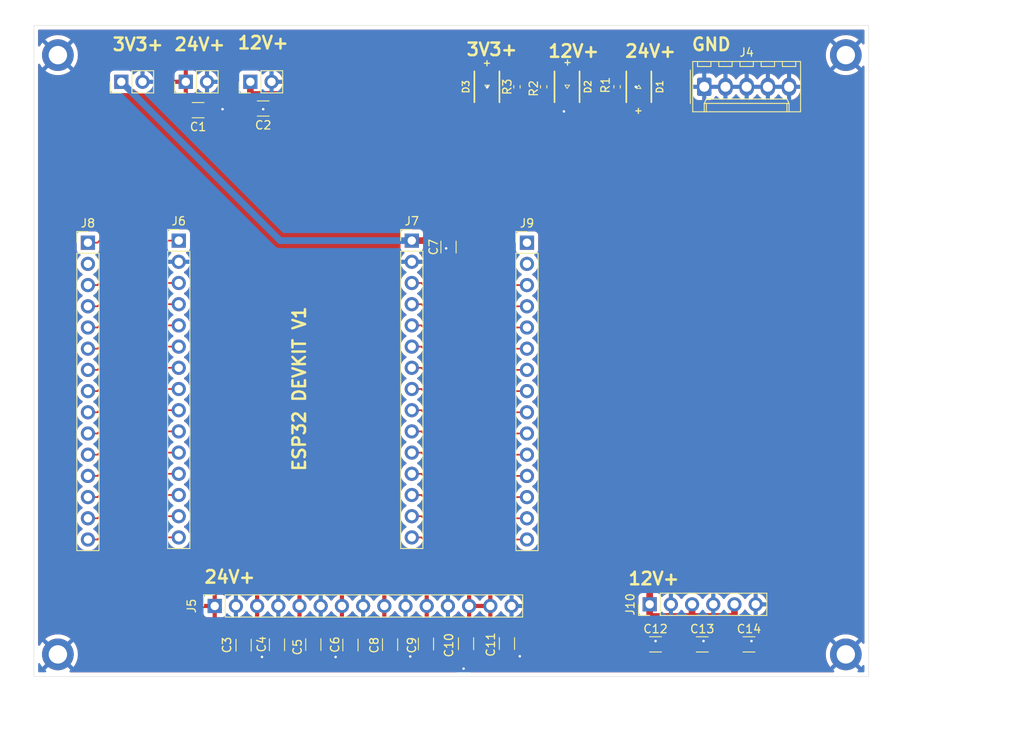
<source format=kicad_pcb>
(kicad_pcb (version 20240108) (generator "pcbnew") (generator_version "8.0")
  (title_block (title "ESP32 Adapter") (date "2025-03-02") (rev "V1") (company "University of Liverpool"))
  (layers (0 "F.Cu" signal) (31 "B.Cu" signal) (34 "B.Paste" user) (35 "F.Paste" user) (36 "B.SilkS" user "B.Silkscreen") (37 "F.SilkS" user "F.Silkscreen") (38 "B.Mask" user) (39 "F.Mask" user) (44 "Edge.Cuts" user))
  (net 0 "")
  (net 1 "+24V")
  (net 2 "GND")
  (net 3 "+12V")
  (net 4 "+3V3")
  (net 5 "Net-(D1-Pad2)")
  (net 6 "Net-(D2-Pad2)")
  (net 7 "Net-(D3-Pad2)")
  (net 8 "/TX0")
  (net 9 "/RX2")
  (net 10 "/3V3")
  (net 11 "/D5")
  (net 12 "/D19")
  (net 13 "/D4")
  (net 14 "/D15")
  (net 15 "/D18")
  (net 16 "/RX0")
  (net 17 "/D22")
  (net 18 "/TX2")
  (net 19 "/D23")
  (net 20 "/D2")
  (net 21 "/D21")
  (net 22 "/D25")
  (net 23 "/D14")
  (net 24 "/D27")
  (net 25 "/VP")
  (net 26 "/D13")
  (net 27 "/EN")
  (net 28 "/D35")
  (net 29 "/D26")
  (net 30 "/VN")
  (net 31 "/D32")
  (net 32 "/D12")
  (net 33 "/D33")
  (net 34 "/D34")
  (footprint "Capacitor_SMD:C_1206_3216Metric" (layer "F.Cu") (at 93 63.8)
    (property "Reference" "C2" (at 0 2 0) (layer "F.SilkS"))
    (property "Value" "10uF")
    (fp_line (start -0.711252 -0.91) (end 0.711252 -0.91) (stroke (width 0.12)) (layer "F.SilkS"))
    (fp_line (start -0.711252 0.91) (end 0.711252 0.91) (stroke (width 0.12)) (layer "F.SilkS"))
    (pad "1" smd roundrect (at -1.475 0) (size 1.15 1.8) (layers "F.Cu" "F.Paste" "F.Mask") (roundrect_rratio 0.217391) (net 3 "+12V"))
    (pad "2" smd roundrect (at 1.475 0) (size 1.15 1.8) (layers "F.Cu" "F.Paste" "F.Mask") (roundrect_rratio 0.217391) (net 2 "GND"))
  )
  (footprint "Connector_PinHeader_2.54mm:PinHeader_1x15_P2.54mm_Vertical" (layer "F.Cu") (at 72 79.875)
    (property "Reference" "J8" (at 0 -2.33 0) (layer "F.SilkS"))
    (property "Value" "Conn_01x15_Pin")
    (fp_line (start -1.33 -1.33) (end 0 -1.33) (stroke (width 0.12)) (layer "F.SilkS"))
    (fp_line (start -1.33 0) (end -1.33 -1.33) (stroke (width 0.12)) (layer "F.SilkS"))
    (fp_line (start -1.33 1.27) (end -1.33 36.89) (stroke (width 0.12)) (layer "F.SilkS"))
    (fp_line (start -1.33 1.27) (end 1.33 1.27) (stroke (width 0.12)) (layer "F.SilkS"))
    (fp_line (start -1.33 36.89) (end 1.33 36.89) (stroke (width 0.12)) (layer "F.SilkS"))
    (fp_line (start 1.33 1.27) (end 1.33 36.89) (stroke (width 0.12)) (layer "F.SilkS"))
    (pad "1" thru_hole rect (at 0 0) (size 1.7 1.7) (drill 1) (layers "*.Cu" "*.Mask") (net 10 "/3V3"))
    (pad "2" thru_hole oval (at 0 2.54) (size 1.7 1.7) (drill 1) (layers "*.Cu" "*.Mask"))
    (pad "3" thru_hole oval (at 0 5.08) (size 1.7 1.7) (drill 1) (layers "*.Cu" "*.Mask") (net 14 "/D15"))
    (pad "4" thru_hole oval (at 0 7.62) (size 1.7 1.7) (drill 1) (layers "*.Cu" "*.Mask") (net 20 "/D2"))
    (pad "5" thru_hole oval (at 0 10.16) (size 1.7 1.7) (drill 1) (layers "*.Cu" "*.Mask") (net 13 "/D4"))
    (pad "6" thru_hole oval (at 0 12.7) (size 1.7 1.7) (drill 1) (layers "*.Cu" "*.Mask") (net 9 "/RX2"))
    (pad "7" thru_hole oval (at 0 15.24) (size 1.7 1.7) (drill 1) (layers "*.Cu" "*.Mask") (net 18 "/TX2"))
    (pad "8" thru_hole oval (at 0 17.78) (size 1.7 1.7) (drill 1) (layers "*.Cu" "*.Mask") (net 11 "/D5"))
    (pad "9" thru_hole oval (at 0 20.32) (size 1.7 1.7) (drill 1) (layers "*.Cu" "*.Mask") (net 15 "/D18"))
    (pad "10" thru_hole oval (at 0 22.86) (size 1.7 1.7) (drill 1) (layers "*.Cu" "*.Mask") (net 12 "/D19"))
    (pad "11" thru_hole oval (at 0 25.4) (size 1.7 1.7) (drill 1) (layers "*.Cu" "*.Mask") (net 21 "/D21"))
    (pad "12" thru_hole oval (at 0 27.94) (size 1.7 1.7) (drill 1) (layers "*.Cu" "*.Mask") (net 16 "/RX0"))
    (pad "13" thru_hole oval (at 0 30.48) (size 1.7 1.7) (drill 1) (layers "*.Cu" "*.Mask") (net 8 "/TX0"))
    (pad "14" thru_hole oval (at 0 33.02) (size 1.7 1.7) (drill 1) (layers "*.Cu" "*.Mask") (net 17 "/D22"))
    (pad "15" thru_hole oval (at 0 35.56) (size 1.7 1.7) (drill 1) (layers "*.Cu" "*.Mask") (net 19 "/D23"))
  )
  (footprint "Capacitor_SMD:C_1206_3216Metric" (layer "F.Cu") (at 94.65 128.05 -90)
    (property "Reference" "C4" (at -0.075 1.85 90) (layer "F.SilkS"))
    (property "Value" "10uF")
    (fp_line (start -0.711252 0.91) (end 0.711252 0.91) (stroke (width 0.12)) (layer "F.SilkS"))
    (fp_line (start -0.711252 -0.91) (end 0.711252 -0.91) (stroke (width 0.12)) (layer "F.SilkS"))
    (pad "1" smd roundrect (at -1.475 0 270) (size 1.15 1.8) (layers "F.Cu" "F.Paste" "F.Mask") (roundrect_rratio 0.217391) (net 1 "+24V"))
    (pad "2" smd roundrect (at 1.475 0 270) (size 1.15 1.8) (layers "F.Cu" "F.Paste" "F.Mask") (roundrect_rratio 0.217391) (net 2 "GND"))
  )
  (footprint "MountingHole:MountingHole_2.2mm_M2_DIN965_Pad" (layer "F.Cu") (at 162.8 57.404)
    (property "Reference" "H2" (hide yes))
    (property "Value" "MountingHole_Pad")
    (pad "1" thru_hole circle (at 0 0) (size 3.8 3.8) (drill 2.2) (layers "*.Cu" "*.Mask") (net 2 "GND"))
  )
  (footprint "Resistor_SMD:R_0402_1005Metric" (layer "F.Cu") (at 126.6 61.2 -90)
    (property "Reference" "R2" (at 0.2 1.2 90) (layer "F.SilkS"))
    (property "Value" "600")
    (fp_line (start -0.153641 0.38) (end 0.153641 0.38) (stroke (width 0.12)) (layer "F.SilkS"))
    (fp_line (start -0.153641 -0.38) (end 0.153641 -0.38) (stroke (width 0.12)) (layer "F.SilkS"))
    (pad "1" smd roundrect (at -0.51 0 270) (size 0.54 0.64) (layers "F.Cu" "F.Paste" "F.Mask") (net 3 "+12V"))
    (pad "2" smd roundrect (at 0.51 0 270) (size 0.54 0.64) (layers "F.Cu" "F.Paste" "F.Mask") (net 6 "Net-(D2-Pad2)"))
  )
  (footprint "Capacitor_SMD:C_1206_3216Metric" (layer "F.Cu") (at 112.5 127.95 -90)
    (property "Reference" "C9" (at 0.15 1.7 90) (layer "F.SilkS"))
    (property "Value" "10uF")
    (fp_line (start -0.711252 0.91) (end 0.711252 0.91) (stroke (width 0.12)) (layer "F.SilkS"))
    (fp_line (start -0.711252 -0.91) (end 0.711252 -0.91) (stroke (width 0.12)) (layer "F.SilkS"))
    (pad "1" smd roundrect (at -1.475 0 270) (size 1.15 1.8) (layers "F.Cu" "F.Paste" "F.Mask") (roundrect_rratio 0.217391) (net 1 "+24V"))
    (pad "2" smd roundrect (at 1.475 0 270) (size 1.15 1.8) (layers "F.Cu" "F.Paste" "F.Mask") (roundrect_rratio 0.217391) (net 2 "GND"))
  )
  (footprint "Resistor_SMD:R_0402_1005Metric" (layer "F.Cu") (at 135.4 61.2 -90)
    (property "Reference" "R1" (at -0.2 1.4 90) (layer "F.SilkS"))
    (property "Value" "1.1k")
    (fp_line (start -0.153641 0.38) (end 0.153641 0.38) (stroke (width 0.12)) (layer "F.SilkS"))
    (fp_line (start -0.153641 -0.38) (end 0.153641 -0.38) (stroke (width 0.12)) (layer "F.SilkS"))
    (pad "1" smd roundrect (at -0.51 0 270) (size 0.54 0.64) (layers "F.Cu" "F.Paste" "F.Mask") (net 1 "+24V"))
    (pad "2" smd roundrect (at 0.51 0 270) (size 0.54 0.64) (layers "F.Cu" "F.Paste" "F.Mask") (net 5 "Net-(D1-Pad2)"))
  )
  (footprint "MountingHole:MountingHole_2.2mm_M2_DIN965_Pad" (layer "F.Cu") (at 68.4 129.2)
    (property "Reference" "H3" (hide yes))
    (property "Value" "MountingHole_Pad")
    (pad "1" thru_hole circle (at 0 0) (size 3.8 3.8) (drill 2.2) (layers "*.Cu" "*.Mask") (net 2 "GND"))
  )
  (footprint "Capacitor_SMD:C_1206_3216Metric" (layer "F.Cu") (at 103.45 128.075 -90)
    (property "Reference" "C6" (at -0.05 1.85 90) (layer "F.SilkS"))
    (property "Value" "10uF")
    (fp_line (start -0.711252 0.91) (end 0.711252 0.91) (stroke (width 0.12)) (layer "F.SilkS"))
    (fp_line (start -0.711252 -0.91) (end 0.711252 -0.91) (stroke (width 0.12)) (layer "F.SilkS"))
    (pad "1" smd roundrect (at -1.475 0 270) (size 1.15 1.8) (layers "F.Cu" "F.Paste" "F.Mask") (roundrect_rratio 0.217391) (net 1 "+24V"))
    (pad "2" smd roundrect (at 1.475 0 270) (size 1.15 1.8) (layers "F.Cu" "F.Paste" "F.Mask") (roundrect_rratio 0.217391) (net 2 "GND"))
  )
  (footprint "Capacitor_SMD:C_1206_3216Metric" (layer "F.Cu") (at 108.2 128.025 -90)
    (property "Reference" "C8" (at 0.075 1.9 90) (layer "F.SilkS"))
    (property "Value" "10uF")
    (fp_line (start -0.711252 0.91) (end 0.711252 0.91) (stroke (width 0.12)) (layer "F.SilkS"))
    (fp_line (start -0.711252 -0.91) (end 0.711252 -0.91) (stroke (width 0.12)) (layer "F.SilkS"))
    (pad "1" smd roundrect (at -1.475 0 270) (size 1.15 1.8) (layers "F.Cu" "F.Paste" "F.Mask") (roundrect_rratio 0.217391) (net 1 "+24V"))
    (pad "2" smd roundrect (at 1.475 0 270) (size 1.15 1.8) (layers "F.Cu" "F.Paste" "F.Mask") (roundrect_rratio 0.217391) (net 2 "GND"))
  )
  (footprint "WL-SMTW_3528:WL-SMTW_3528" (layer "F.Cu") (at 129.4 61.2 90)
    (property "Reference" "D2" (at 0 2.5 -90) (layer "F.SilkS") (effects (font (size 0.8 0.8))))
    (property "Value" "WL-SMTW_3528")
    (fp_line (start -1.85 -1.5) (end 1.85 -1.5) (stroke (width 0.2)) (layer "F.SilkS"))
    (fp_line (start 0.2 -0.25) (end 0.2 0.3) (stroke (width 0.1)) (layer "F.SilkS"))
    (fp_line (start -0.2 0) (end 0.2 -0.25) (stroke (width 0.1)) (layer "F.SilkS"))
    (fp_line (start 0.2 0.3) (end -0.2 0) (stroke (width 0.1)) (layer "F.SilkS"))
    (fp_line (start 1.85 1.5) (end -1.85 1.5) (stroke (width 0.2)) (layer "F.SilkS"))
    (fp_text user "+" (at 2.9 0 -90) (layer "F.SilkS") (effects (font (size 0.8 0.8))))
    (pad "1" smd rect (at -1.425 0 90) (size 1.6 2.4) (layers "F.Cu" "F.Paste" "F.Mask") (net 2 "GND"))
    (pad "2" smd rect (at 1.425 0 90) (size 1.6 2.4) (layers "F.Cu" "F.Paste" "F.Mask") (net 6 "Net-(D2-Pad2)"))
  )
  (footprint "Capacitor_SMD:C_1206_3216Metric" (layer "F.Cu") (at 122.2 127.9 -90)
    (property "Reference" "C11" (at 0.125 1.95 90) (layer "F.SilkS"))
    (property "Value" "10uF")
    (fp_line (start -0.711252 0.91) (end 0.711252 0.91) (stroke (width 0.12)) (layer "F.SilkS"))
    (fp_line (start -0.711252 -0.91) (end 0.711252 -0.91) (stroke (width 0.12)) (layer "F.SilkS"))
    (pad "1" smd roundrect (at -1.475 0 270) (size 1.15 1.8) (layers "F.Cu" "F.Paste" "F.Mask") (roundrect_rratio 0.217391) (net 1 "+24V"))
    (pad "2" smd roundrect (at 1.475 0 270) (size 1.15 1.8) (layers "F.Cu" "F.Paste" "F.Mask") (roundrect_rratio 0.217391) (net 2 "GND"))
  )
  (footprint "Capacitor_SMD:C_1206_3216Metric" (layer "F.Cu") (at 140 128)
    (property "Reference" "C12" (at 0 -1.85 0) (layer "F.SilkS"))
    (property "Value" "10uF")
    (fp_line (start -0.711252 -0.91) (end 0.711252 -0.91) (stroke (width 0.12)) (layer "F.SilkS"))
    (fp_line (start -0.711252 0.91) (end 0.711252 0.91) (stroke (width 0.12)) (layer "F.SilkS"))
    (pad "1" smd roundrect (at -1.475 0) (size 1.15 1.8) (layers "F.Cu" "F.Paste" "F.Mask") (roundrect_rratio 0.217391) (net 3 "+12V"))
    (pad "2" smd roundrect (at 1.475 0) (size 1.15 1.8) (layers "F.Cu" "F.Paste" "F.Mask") (roundrect_rratio 0.217391) (net 2 "GND"))
  )
  (footprint "WL-SMTW_3528:WL-SMTW_3528" (layer "F.Cu") (at 119.8 61.2 90)
    (property "Reference" "D3" (at 0 -2.508 -90) (layer "F.SilkS") (effects (font (size 0.8 0.8))))
    (property "Value" "WL-SMTW_3528")
    (fp_line (start -1.85 -1.5) (end 1.85 -1.5) (stroke (width 0.2)) (layer "F.SilkS"))
    (fp_line (start 0.2 -0.25) (end 0.2 0.3) (stroke (width 0.1)) (layer "F.SilkS"))
    (fp_line (start -0.2 0) (end 0.2 -0.25) (stroke (width 0.1)) (layer "F.SilkS"))
    (fp_line (start 0.2 0.3) (end -0.2 0) (stroke (width 0.1)) (layer "F.SilkS"))
    (fp_line (start 1.85 1.5) (end -1.85 1.5) (stroke (width 0.2)) (layer "F.SilkS"))
    (fp_text user "+" (at 2.825 -0.05 -90) (layer "F.SilkS") (effects (font (size 0.8 0.8))))
    (pad "1" smd rect (at -1.425 0 90) (size 1.6 2.4) (layers "F.Cu" "F.Paste" "F.Mask") (net 2 "GND"))
    (pad "2" smd rect (at 1.425 0 90) (size 1.6 2.4) (layers "F.Cu" "F.Paste" "F.Mask") (net 7 "Net-(D3-Pad2)"))
  )
  (footprint "Connector_PinHeader_2.54mm:PinHeader_1x02_P2.54mm_Vertical" (layer "F.Cu") (at 83.725 60.6 90)
    (property "Reference" "J2" (hide yes))
    (property "Value" "Conn_01x02_Pin")
    (fp_line (start -1.33 -1.33) (end 0 -1.33) (stroke (width 0.12)) (layer "F.SilkS"))
    (fp_line (start -1.33 0) (end -1.33 -1.33) (stroke (width 0.12)) (layer "F.SilkS"))
    (fp_line (start 1.33 1.27) (end 1.33 3.87) (stroke (width 0.12)) (layer "F.SilkS"))
    (fp_line (start -1.33 1.27) (end 1.33 1.27) (stroke (width 0.12)) (layer "F.SilkS"))
    (fp_line (start -1.33 1.27) (end -1.33 3.87) (stroke (width 0.12)) (layer "F.SilkS"))
    (fp_line (start -1.33 3.87) (end 1.33 3.87) (stroke (width 0.12)) (layer "F.SilkS"))
    (pad "1" thru_hole rect (at 0 0 90) (size 1.7 1.7) (drill 1) (layers "*.Cu" "*.Mask") (net 1 "+24V"))
    (pad "2" thru_hole oval (at 0 2.54 90) (size 1.7 1.7) (drill 1) (layers "*.Cu" "*.Mask") (net 2 "GND"))
  )
  (footprint "MountingHole:MountingHole_2.2mm_M2_DIN965_Pad" (layer "F.Cu") (at 162.8 129.2)
    (property "Reference" "H4" (hide yes))
    (property "Value" "MountingHole_Pad")
    (pad "1" thru_hole circle (at 0 0) (size 3.8 3.8) (drill 2.2) (layers "*.Cu" "*.Mask") (net 2 "GND"))
  )
  (footprint "Capacitor_SMD:C_1206_3216Metric" (layer "F.Cu") (at 115.2 80.4 -90)
    (property "Reference" "C7" (at 0 1.8 90) (layer "F.SilkS"))
    (property "Value" "0.1uF")
    (fp_line (start -0.711252 0.91) (end 0.711252 0.91) (stroke (width 0.12)) (layer "F.SilkS"))
    (fp_line (start -0.711252 -0.91) (end 0.711252 -0.91) (stroke (width 0.12)) (layer "F.SilkS"))
    (pad "1" smd roundrect (at -1.475 0 270) (size 1.15 1.8) (layers "F.Cu" "F.Paste" "F.Mask") (roundrect_rratio 0.217391) (net 4 "+3V3"))
    (pad "2" smd roundrect (at 1.475 0 270) (size 1.15 1.8) (layers "F.Cu" "F.Paste" "F.Mask") (roundrect_rratio 0.217391) (net 2 "GND"))
  )
  (footprint "Capacitor_SMD:C_1206_3216Metric" (layer "F.Cu") (at 151.2 128)
    (property "Reference" "C14" (at 0 -1.85 0) (layer "F.SilkS"))
    (property "Value" "10uF")
    (fp_line (start -0.711252 -0.91) (end 0.711252 -0.91) (stroke (width 0.12)) (layer "F.SilkS"))
    (fp_line (start -0.711252 0.91) (end 0.711252 0.91) (stroke (width 0.12)) (layer "F.SilkS"))
    (pad "1" smd roundrect (at -1.475 0) (size 1.15 1.8) (layers "F.Cu" "F.Paste" "F.Mask") (roundrect_rratio 0.217391) (net 3 "+12V"))
    (pad "2" smd roundrect (at 1.475 0) (size 1.15 1.8) (layers "F.Cu" "F.Paste" "F.Mask") (roundrect_rratio 0.217391) (net 2 "GND"))
  )
  (footprint "Connector_PinHeader_2.54mm:PinHeader_1x15_P2.54mm_Vertical" (layer "F.Cu") (at 110.8 79.625)
    (property "Reference" "J7" (at 0 -2.33 0) (layer "F.SilkS"))
    (property "Value" "Conn_01x15_Pin")
    (fp_line (start -1.33 -1.33) (end 0 -1.33) (stroke (width 0.12)) (layer "F.SilkS"))
    (fp_line (start -1.33 0) (end -1.33 -1.33) (stroke (width 0.12)) (layer "F.SilkS"))
    (fp_line (start -1.33 1.27) (end -1.33 36.89) (stroke (width 0.12)) (layer "F.SilkS"))
    (fp_line (start -1.33 1.27) (end 1.33 1.27) (stroke (width 0.12)) (layer "F.SilkS"))
    (fp_line (start -1.33 36.89) (end 1.33 36.89) (stroke (width 0.12)) (layer "F.SilkS"))
    (fp_line (start 1.33 1.27) (end 1.33 36.89) (stroke (width 0.12)) (layer "F.SilkS"))
    (pad "1" thru_hole rect (at 0 0) (size 1.7 1.7) (drill 1) (layers "*.Cu" "*.Mask") (net 4 "+3V3"))
    (pad "2" thru_hole oval (at 0 2.54) (size 1.7 1.7) (drill 1) (layers "*.Cu" "*.Mask") (net 2 "GND"))
    (pad "3" thru_hole oval (at 0 5.08) (size 1.7 1.7) (drill 1) (layers "*.Cu" "*.Mask") (net 26 "/D13"))
    (pad "4" thru_hole oval (at 0 7.62) (size 1.7 1.7) (drill 1) (layers "*.Cu" "*.Mask") (net 32 "/D12"))
    (pad "5" thru_hole oval (at 0 10.16) (size 1.7 1.7) (drill 1) (layers "*.Cu" "*.Mask") (net 23 "/D14"))
    (pad "6" thru_hole oval (at 0 12.7) (size 1.7 1.7) (drill 1) (layers "*.Cu" "*.Mask") (net 24 "/D27"))
    (pad "7" thru_hole oval (at 0 15.24) (size 1.7 1.7) (drill 1) (layers "*.Cu" "*.Mask") (net 29 "/D26"))
    (pad "8" thru_hole oval (at 0 17.78) (size 1.7 1.7) (drill 1) (layers "*.Cu" "*.Mask") (net 22 "/D25"))
    (pad "9" thru_hole oval (at 0 20.32) (size 1.7 1.7) (drill 1) (layers "*.Cu" "*.Mask") (net 33 "/D33"))
    (pad "10" thru_hole oval (at 0 22.86) (size 1.7 1.7) (drill 1) (layers "*.Cu" "*.Mask") (net 31 "/D32"))
    (pad "11" thru_hole oval (at 0 25.4) (size 1.7 1.7) (drill 1) (layers "*.Cu" "*.Mask") (net 28 "/D35"))
    (pad "12" thru_hole oval (at 0 27.94) (size 1.7 1.7) (drill 1) (layers "*.Cu" "*.Mask") (net 34 "/D34"))
    (pad "13" thru_hole oval (at 0 30.48) (size 1.7 1.7) (drill 1) (layers "*.Cu" "*.Mask") (net 30 "/VN"))
    (pad "14" thru_hole oval (at 0 33.02) (size 1.7 1.7) (drill 1) (layers "*.Cu" "*.Mask") (net 25 "/VP"))
    (pad "15" thru_hole oval (at 0 35.56) (size 1.7 1.7) (drill 1) (layers "*.Cu" "*.Mask") (net 27 "/EN"))
  )
  (footprint "Resistor_SMD:R_0402_1005Metric" (layer "F.Cu") (at 123.4 61.2 90)
    (property "Reference" "R3" (at 0 -1.17 -90) (layer "F.SilkS"))
    (property "Value" "100")
    (fp_line (start -0.153641 -0.38) (end 0.153641 -0.38) (stroke (width 0.12)) (layer "F.SilkS"))
    (fp_line (start -0.153641 0.38) (end 0.153641 0.38) (stroke (width 0.12)) (layer "F.SilkS"))
    (pad "1" smd roundrect (at -0.51 0 90) (size 0.54 0.64) (layers "F.Cu" "F.Paste" "F.Mask") (net 4 "+3V3"))
    (pad "2" smd roundrect (at 0.51 0 90) (size 0.54 0.64) (layers "F.Cu" "F.Paste" "F.Mask") (net 7 "Net-(D3-Pad2)"))
  )
  (footprint "Connector_PinHeader_2.54mm:PinHeader_1x06_P2.54mm_Vertical" (layer "F.Cu") (at 139.3 123.204 90)
    (property "Reference" "J10" (at 0 -2.33 -90) (layer "F.SilkS"))
    (property "Value" "Conn_01x06_Pin")
    (fp_line (start -1.33 -1.33) (end 0 -1.33) (stroke (width 0.12)) (layer "F.SilkS"))
    (fp_line (start -1.33 0) (end -1.33 -1.33) (stroke (width 0.12)) (layer "F.SilkS"))
    (fp_line (start 1.33 1.27) (end 1.33 14.03) (stroke (width 0.12)) (layer "F.SilkS"))
    (fp_line (start -1.33 1.27) (end 1.33 1.27) (stroke (width 0.12)) (layer "F.SilkS"))
    (fp_line (start -1.33 1.27) (end -1.33 14.03) (stroke (width 0.12)) (layer "F.SilkS"))
    (fp_line (start -1.33 14.03) (end 1.33 14.03) (stroke (width 0.12)) (layer "F.SilkS"))
    (pad "1" thru_hole rect (at 0 0 90) (size 1.7 1.7) (drill 1) (layers "*.Cu" "*.Mask") (net 3 "+12V"))
    (pad "2" thru_hole oval (at 0 2.54 90) (size 1.7 1.7) (drill 1) (layers "*.Cu" "*.Mask") (net 2 "GND"))
    (pad "3" thru_hole oval (at 0 5.08 90) (size 1.7 1.7) (drill 1) (layers "*.Cu" "*.Mask") (net 3 "+12V"))
    (pad "4" thru_hole oval (at 0 7.62 90) (size 1.7 1.7) (drill 1) (layers "*.Cu" "*.Mask") (net 2 "GND"))
    (pad "5" thru_hole oval (at 0 10.16 90) (size 1.7 1.7) (drill 1) (layers "*.Cu" "*.Mask") (net 3 "+12V"))
    (pad "6" thru_hole oval (at 0 12.7 90) (size 1.7 1.7) (drill 1) (layers "*.Cu" "*.Mask") (net 2 "GND"))
  )
  (footprint "Connector_PinHeader_2.54mm:PinHeader_1x15_P2.54mm_Vertical" (layer "F.Cu") (at 82.88 79.625)
    (property "Reference" "J6" (at 0 -2.33 0) (layer "F.SilkS"))
    (property "Value" "Conn_01x15_Pin")
    (fp_line (start -1.33 -1.33) (end 0 -1.33) (stroke (width 0.12)) (layer "F.SilkS"))
    (fp_line (start -1.33 0) (end -1.33 -1.33) (stroke (width 0.12)) (layer "F.SilkS"))
    (fp_line (start -1.33 1.27) (end -1.33 36.89) (stroke (width 0.12)) (layer "F.SilkS"))
    (fp_line (start -1.33 1.27) (end 1.33 1.27) (stroke (width 0.12)) (layer "F.SilkS"))
    (fp_line (start -1.33 36.89) (end 1.33 36.89) (stroke (width 0.12)) (layer "F.SilkS"))
    (fp_line (start 1.33 1.27) (end 1.33 36.89) (stroke (width 0.12)) (layer "F.SilkS"))
    (pad "1" thru_hole rect (at 0 0) (size 1.7 1.7) (drill 1) (layers "*.Cu" "*.Mask") (net 10 "/3V3"))
    (pad "2" thru_hole oval (at 0 2.54) (size 1.7 1.7) (drill 1) (layers "*.Cu" "*.Mask") (net 2 "GND"))
    (pad "3" thru_hole oval (at 0 5.08) (size 1.7 1.7) (drill 1) (layers "*.Cu" "*.Mask") (net 14 "/D15"))
    (pad "4" thru_hole oval (at 0 7.62) (size 1.7 1.7) (drill 1) (layers "*.Cu" "*.Mask") (net 20 "/D2"))
    (pad "5" thru_hole oval (at 0 10.16) (size 1.7 1.7) (drill 1) (layers "*.Cu" "*.Mask") (net 13 "/D4"))
    (pad "6" thru_hole oval (at 0 12.7) (size 1.7 1.7) (drill 1) (layers "*.Cu" "*.Mask") (net 9 "/RX2"))
    (pad "7" thru_hole oval (at 0 15.24) (size 1.7 1.7) (drill 1) (layers "*.Cu" "*.Mask") (net 18 "/TX2"))
    (pad "8" thru_hole oval (at 0 17.78) (size 1.7 1.7) (drill 1) (layers "*.Cu" "*.Mask") (net 11 "/D5"))
    (pad "9" thru_hole oval (at 0 20.32) (size 1.7 1.7) (drill 1) (layers "*.Cu" "*.Mask") (net 15 "/D18"))
    (pad "10" thru_hole oval (at 0 22.86) (size 1.7 1.7) (drill 1) (layers "*.Cu" "*.Mask") (net 12 "/D19"))
    (pad "11" thru_hole oval (at 0 25.4) (size 1.7 1.7) (drill 1) (layers "*.Cu" "*.Mask") (net 21 "/D21"))
    (pad "12" thru_hole oval (at 0 27.94) (size 1.7 1.7) (drill 1) (layers "*.Cu" "*.Mask") (net 16 "/RX0"))
    (pad "13" thru_hole oval (at 0 30.48) (size 1.7 1.7) (drill 1) (layers "*.Cu" "*.Mask") (net 8 "/TX0"))
    (pad "14" thru_hole oval (at 0 33.02) (size 1.7 1.7) (drill 1) (layers "*.Cu" "*.Mask") (net 17 "/D22"))
    (pad "15" thru_hole oval (at 0 35.56) (size 1.7 1.7) (drill 1) (layers "*.Cu" "*.Mask") (net 19 "/D23"))
  )
  (footprint "Capacitor_SMD:C_1206_3216Metric" (layer "F.Cu") (at 117.3 127.925 -90)
    (property "Reference" "C10" (at 0.175 2.05 90) (layer "F.SilkS"))
    (property "Value" "10uF")
    (fp_line (start -0.711252 0.91) (end 0.711252 0.91) (stroke (width 0.12)) (layer "F.SilkS"))
    (fp_line (start -0.711252 -0.91) (end 0.711252 -0.91) (stroke (width 0.12)) (layer "F.SilkS"))
    (pad "1" smd roundrect (at -1.475 0 270) (size 1.15 1.8) (layers "F.Cu" "F.Paste" "F.Mask") (roundrect_rratio 0.217391) (net 1 "+24V"))
    (pad "2" smd roundrect (at 1.475 0 270) (size 1.15 1.8) (layers "F.Cu" "F.Paste" "F.Mask") (roundrect_rratio 0.217391) (net 2 "GND"))
  )
  (footprint "Connector_PinSocket_2.54mm:PinSocket_1x15_P2.54mm_Vertical" (layer "F.Cu") (at 87.19 123.4 90)
    (property "Reference" "J5" (at 0 -2.77 -90) (layer "F.SilkS"))
    (property "Value" "Conn_01x15_Pin")
    (fp_line (start 1.33 -1.33) (end 1.33 0) (stroke (width 0.12)) (layer "F.SilkS"))
    (fp_line (start 0 -1.33) (end 1.33 -1.33) (stroke (width 0.12)) (layer "F.SilkS"))
    (fp_line (start 1.33 1.27) (end 1.33 36.89) (stroke (width 0.12)) (layer "F.SilkS"))
    (fp_line (start -1.33 1.27) (end 1.33 1.27) (stroke (width 0.12)) (layer "F.SilkS"))
    (fp_line (start -1.33 1.27) (end -1.33 36.89) (stroke (width 0.12)) (layer "F.SilkS"))
    (fp_line (start -1.33 36.89) (end 1.33 36.89) (stroke (width 0.12)) (layer "F.SilkS"))
    (pad "1" thru_hole rect (at 0 0 90) (size 1.7 1.7) (drill 1) (layers "*.Cu" "*.Mask") (net 1 "+24V"))
    (pad "2" thru_hole oval (at 0 2.54 90) (size 1.7 1.7) (drill 1) (layers "*.Cu" "*.Mask") (net 2 "GND"))
    (pad "3" thru_hole oval (at 0 5.08 90) (size 1.7 1.7) (drill 1) (layers "*.Cu" "*.Mask") (net 1 "+24V"))
    (pad "4" thru_hole oval (at 0 7.62 90) (size 1.7 1.7) (drill 1) (layers "*.Cu" "*.Mask") (net 2 "GND"))
    (pad "5" thru_hole oval (at 0 10.16 90) (size 1.7 1.7) (drill 1) (layers "*.Cu" "*.Mask") (net 1 "+24V"))
    (pad "6" thru_hole oval (at 0 12.7 90) (size 1.7 1.7) (drill 1) (layers "*.Cu" "*.Mask") (net 2 "GND"))
    (pad "7" thru_hole oval (at 0 15.24 90) (size 1.7 1.7) (drill 1) (layers "*.Cu" "*.Mask") (net 1 "+24V"))
    (pad "8" thru_hole oval (at 0 17.78 90) (size 1.7 1.7) (drill 1) (layers "*.Cu" "*.Mask") (net 2 "GND"))
    (pad "9" thru_hole oval (at 0 20.32 90) (size 1.7 1.7) (drill 1) (layers "*.Cu" "*.Mask") (net 1 "+24V"))
    (pad "10" thru_hole oval (at 0 22.86 90) (size 1.7 1.7) (drill 1) (layers "*.Cu" "*.Mask") (net 2 "GND"))
    (pad "11" thru_hole oval (at 0 25.4 90) (size 1.7 1.7) (drill 1) (layers "*.Cu" "*.Mask") (net 1 "+24V"))
    (pad "12" thru_hole oval (at 0 27.94 90) (size 1.7 1.7) (drill 1) (layers "*.Cu" "*.Mask") (net 2 "GND"))
    (pad "13" thru_hole oval (at 0 30.48 90) (size 1.7 1.7) (drill 1) (layers "*.Cu" "*.Mask") (net 1 "+24V"))
    (pad "14" thru_hole oval (at 0 33.02 90) (size 1.7 1.7) (drill 1) (layers "*.Cu" "*.Mask") (net 1 "+24V"))
    (pad "15" thru_hole oval (at 0 35.56 90) (size 1.7 1.7) (drill 1) (layers "*.Cu" "*.Mask") (net 2 "GND"))
  )
  (footprint "WL-SMTW_3528:WL-SMTW_3528" (layer "F.Cu") (at 138 61.2 -90)
    (property "Reference" "D1" (at 0 -2.508 90) (layer "F.SilkS") (effects (font (size 0.8 0.8))))
    (property "Value" "WL-SMTW_3528")
    (fp_line (start 1.85 1.5) (end -1.85 1.5) (stroke (width 0.2)) (layer "F.SilkS"))
    (fp_line (start 0.2 0.3) (end -0.2 0) (stroke (width 0.1)) (layer "F.SilkS"))
    (fp_line (start -0.2 0) (end 0.2 -0.25) (stroke (width 0.1)) (layer "F.SilkS"))
    (fp_line (start 0.2 -0.25) (end 0.2 0.3) (stroke (width 0.1)) (layer "F.SilkS"))
    (fp_line (start -1.85 -1.5) (end 1.85 -1.5) (stroke (width 0.2)) (layer "F.SilkS"))
    (fp_text user "+" (at 2.825 0.05 180) (layer "F.SilkS") (effects (font (size 0.8 0.8))))
    (pad "1" smd rect (at -1.425 0 270) (size 1.6 2.4) (layers "F.Cu" "F.Paste" "F.Mask") (net 2 "GND"))
    (pad "2" smd rect (at 1.425 0 270) (size 1.6 2.4) (layers "F.Cu" "F.Paste" "F.Mask") (net 5 "Net-(D1-Pad2)"))
  )
  (footprint "Capacitor_SMD:C_1206_3216Metric" (layer "F.Cu") (at 85.2 64)
    (property "Reference" "C1" (at 0 2 0) (layer "F.SilkS"))
    (property "Value" "10uF")
    (fp_line (start -0.711252 -0.91) (end 0.711252 -0.91) (stroke (width 0.12)) (layer "F.SilkS"))
    (fp_line (start -0.711252 0.91) (end 0.711252 0.91) (stroke (width 0.12)) (layer "F.SilkS"))
    (pad "1" smd roundrect (at -1.475 0) (size 1.15 1.8) (layers "F.Cu" "F.Paste" "F.Mask") (roundrect_rratio 0.217391) (net 1 "+24V"))
    (pad "2" smd roundrect (at 1.475 0) (size 1.15 1.8) (layers "F.Cu" "F.Paste" "F.Mask") (roundrect_rratio 0.217391) (net 2 "GND"))
  )
  (footprint "Capacitor_SMD:C_1206_3216Metric" (layer "F.Cu") (at 145.6 128.004)
    (property "Reference" "C13" (at 0 -1.85 0) (layer "F.SilkS"))
    (property "Value" "10uF")
    (fp_line (start -0.711252 -0.91) (end 0.711252 -0.91) (stroke (width 0.12)) (layer "F.SilkS"))
    (fp_line (start -0.711252 0.91) (end 0.711252 0.91) (stroke (width 0.12)) (layer "F.SilkS"))
    (pad "1" smd roundrect (at -1.475 0) (size 1.15 1.8) (layers "F.Cu" "F.Paste" "F.Mask") (roundrect_rratio 0.217391) (net 3 "+12V"))
    (pad "2" smd roundrect (at 1.475 0) (size 1.15 1.8) (layers "F.Cu" "F.Paste" "F.Mask") (roundrect_rratio 0.217391) (net 2 "GND"))
  )
  (footprint "Capacitor_SMD:C_1206_3216Metric" (layer "F.Cu") (at 90.65 128.1 -90)
    (property "Reference" "C3" (at -0.025 2 90) (layer "F.SilkS"))
    (property "Value" "10uF")
    (fp_line (start -0.711252 0.91) (end 0.711252 0.91) (stroke (width 0.12)) (layer "F.SilkS"))
    (fp_line (start -0.711252 -0.91) (end 0.711252 -0.91) (stroke (width 0.12)) (layer "F.SilkS"))
    (pad "1" smd roundrect (at -1.475 0 270) (size 1.15 1.8) (layers "F.Cu" "F.Paste" "F.Mask") (roundrect_rratio 0.217391) (net 1 "+24V"))
    (pad "2" smd roundrect (at 1.475 0 270) (size 1.15 1.8) (layers "F.Cu" "F.Paste" "F.Mask") (roundrect_rratio 0.217391) (net 2 "GND"))
  )
  (footprint "Connector_PinHeader_2.54mm:PinHeader_1x02_P2.54mm_Vertical" (layer "F.Cu") (at 76 60.6 90)
    (property "Reference" "J1" (hide yes))
    (property "Value" "Conn_01x02_Pin")
    (fp_line (start -1.33 -1.33) (end 0 -1.33) (stroke (width 0.12)) (layer "F.SilkS"))
    (fp_line (start -1.33 0) (end -1.33 -1.33) (stroke (width 0.12)) (layer "F.SilkS"))
    (fp_line (start 1.33 1.27) (end 1.33 3.87) (stroke (width 0.12)) (layer "F.SilkS"))
    (fp_line (start -1.33 1.27) (end 1.33 1.27) (stroke (width 0.12)) (layer "F.SilkS"))
    (fp_line (start -1.33 1.27) (end -1.33 3.87) (stroke (width 0.12)) (layer "F.SilkS"))
    (fp_line (start -1.33 3.87) (end 1.33 3.87) (stroke (width 0.12)) (layer "F.SilkS"))
    (pad "1" thru_hole rect (at 0 0 90) (size 1.7 1.7) (drill 1) (layers "*.Cu" "*.Mask") (net 4 "+3V3"))
    (pad "2" thru_hole oval (at 0 2.54 90) (size 1.7 1.7) (drill 1) (layers "*.Cu" "*.Mask") (net 2 "GND"))
  )
  (footprint "MountingHole:MountingHole_2.2mm_M2_DIN965_Pad" (layer "F.Cu") (at 68.4 57.404)
    (property "Reference" "H1" (hide yes))
    (property "Value" "MountingHole_Pad")
    (pad "1" thru_hole circle (at 0 0) (size 3.8 3.8) (drill 2.2) (layers "*.Cu" "*.Mask") (net 2 "GND"))
  )
  (footprint "Connector_Molex:Molex_KK-254_AE-6410-05A_1x05_P2.54mm_Vertical" (layer "F.Cu") (at 145.84 61.2)
    (property "Reference" "J4" (at 5.08 -4.12 0) (layer "F.SilkS"))
    (property "Value" "Conn_01x05_Pin")
    (fp_line (start -1.67 -2) (end -1.67 2) (stroke (width 0.12)) (layer "F.SilkS"))
    (fp_line (start -1.38 -3.03) (end -1.38 2.99) (stroke (width 0.12)) (layer "F.SilkS"))
    (fp_line (start -1.38 2.99) (end 11.54 2.99) (stroke (width 0.12)) (layer "F.SilkS"))
    (fp_line (start -0.8 -3.03) (end -0.8 -2.43) (stroke (width 0.12)) (layer "F.SilkS"))
    (fp_line (start -0.8 -2.43) (end 0.8 -2.43) (stroke (width 0.12)) (layer "F.SilkS"))
    (fp_line (start 0 1.99) (end 0.25 1.46) (stroke (width 0.12)) (layer "F.SilkS"))
    (fp_line (start 0 1.99) (end 10.16 1.99) (stroke (width 0.12)) (layer "F.SilkS"))
    (fp_line (start 0 2.99) (end 0 1.99) (stroke (width 0.12)) (layer "F.SilkS"))
    (fp_line (start 0.25 1.46) (end 9.91 1.46) (stroke (width 0.12)) (layer "F.SilkS"))
    (fp_line (start 0.25 2.99) (end 0.25 1.99) (stroke (width 0.12)) (layer "F.SilkS"))
    (fp_line (start 0.8 -2.43) (end 0.8 -3.03) (stroke (width 0.12)) (layer "F.SilkS"))
    (fp_line (start 1.74 -3.03) (end 1.74 -2.43) (stroke (width 0.12)) (layer "F.SilkS"))
    (fp_line (start 1.74 -2.43) (end 3.34 -2.43) (stroke (width 0.12)) (layer "F.SilkS"))
    (fp_line (start 3.34 -2.43) (end 3.34 -3.03) (stroke (width 0.12)) (layer "F.SilkS"))
    (fp_line (start 4.28 -3.03) (end 4.28 -2.43) (stroke (width 0.12)) (layer "F.SilkS"))
    (fp_line (start 4.28 -2.43) (end 5.88 -2.43) (stroke (width 0.12)) (layer "F.SilkS"))
    (fp_line (start 5.88 -2.43) (end 5.88 -3.03) (stroke (width 0.12)) (layer "F.SilkS"))
    (fp_line (start 6.82 -3.03) (end 6.82 -2.43) (stroke (width 0.12)) (layer "F.SilkS"))
    (fp_line (start 6.82 -2.43) (end 8.42 -2.43) (stroke (width 0.12)) (layer "F.SilkS"))
    (fp_line (start 8.42 -2.43) (end 8.42 -3.03) (stroke (width 0.12)) (layer "F.SilkS"))
    (fp_line (start 9.36 -3.03) (end 9.36 -2.43) (stroke (width 0.12)) (layer "F.SilkS"))
    (fp_line (start 9.36 -2.43) (end 10.96 -2.43) (stroke (width 0.12)) (layer "F.SilkS"))
    (fp_line (start 9.91 1.46) (end 10.16 1.99) (stroke (width 0.12)) (layer "F.SilkS"))
    (fp_line (start 9.91 2.99) (end 9.91 1.99) (stroke (width 0.12)) (layer "F.SilkS"))
    (fp_line (start 10.16 1.99) (end 10.16 2.99) (stroke (width 0.12)) (layer "F.SilkS"))
    (fp_line (start 10.96 -2.43) (end 10.96 -3.03) (stroke (width 0.12)) (layer "F.SilkS"))
    (fp_line (start 11.54 -3.03) (end -1.38 -3.03) (stroke (width 0.12)) (layer "F.SilkS"))
    (fp_line (start 11.54 2.99) (end 11.54 -3.03) (stroke (width 0.12)) (layer "F.SilkS"))
    (pad "1" thru_hole roundrect (at 0 0) (size 1.74 2.19) (drill 1.19) (layers "*.Cu" "*.Mask") (roundrect_rratio 0.143678) (net 2 "GND"))
    (pad "2" thru_hole oval (at 2.54 0) (size 1.74 2.19) (drill 1.19) (layers "*.Cu" "*.Mask") (net 2 "GND"))
    (pad "3" thru_hole oval (at 5.08 0) (size 1.74 2.19) (drill 1.19) (layers "*.Cu" "*.Mask") (net 2 "GND"))
    (pad "4" thru_hole oval (at 7.62 0) (size 1.74 2.19) (drill 1.19) (layers "*.Cu" "*.Mask") (net 2 "GND"))
    (pad "5" thru_hole oval (at 10.16 0) (size 1.74 2.19) (drill 1.19) (layers "*.Cu" "*.Mask") (net 2 "GND"))
  )
  (footprint "Connector_PinHeader_2.54mm:PinHeader_1x15_P2.54mm_Vertical" (layer "F.Cu") (at 124.6 79.875)
    (property "Reference" "J9" (at 0 -2.33 0) (layer "F.SilkS"))
    (property "Value" "Conn_01x15_Pin")
    (fp_line (start -1.33 -1.33) (end 0 -1.33) (stroke (width 0.12)) (layer "F.SilkS"))
    (fp_line (start -1.33 0) (end -1.33 -1.33) (stroke (width 0.12)) (layer "F.SilkS"))
    (fp_line (start -1.33 1.27) (end -1.33 36.89) (stroke (width 0.12)) (layer "F.SilkS"))
    (fp_line (start -1.33 1.27) (end 1.33 1.27) (stroke (width 0.12)) (layer "F.SilkS"))
    (fp_line (start -1.33 36.89) (end 1.33 36.89) (stroke (width 0.12)) (layer "F.SilkS"))
    (fp_line (start 1.33 1.27) (end 1.33 36.89) (stroke (width 0.12)) (layer "F.SilkS"))
    (pad "1" thru_hole rect (at 0 0) (size 1.7 1.7) (drill 1) (layers "*.Cu" "*.Mask"))
    (pad "2" thru_hole oval (at 0 2.54) (size 1.7 1.7) (drill 1) (layers "*.Cu" "*.Mask"))
    (pad "3" thru_hole oval (at 0 5.08) (size 1.7 1.7) (drill 1) (layers "*.Cu" "*.Mask") (net 26 "/D13"))
    (pad "4" thru_hole oval (at 0 7.62) (size 1.7 1.7) (drill 1) (layers "*.Cu" "*.Mask") (net 32 "/D12"))
    (pad "5" thru_hole oval (at 0 10.16) (size 1.7 1.7) (drill 1) (layers "*.Cu" "*.Mask") (net 23 "/D14"))
    (pad "6" thru_hole oval (at 0 12.7) (size 1.7 1.7) (drill 1) (layers "*.Cu" "*.Mask") (net 24 "/D27"))
    (pad "7" thru_hole oval (at 0 15.24) (size 1.7 1.7) (drill 1) (layers "*.Cu" "*.Mask") (net 29 "/D26"))
    (pad "8" thru_hole oval (at 0 17.78) (size 1.7 1.7) (drill 1) (layers "*.Cu" "*.Mask") (net 22 "/D25"))
    (pad "9" thru_hole oval (at 0 20.32) (size 1.7 1.7) (drill 1) (layers "*.Cu" "*.Mask") (net 33 "/D33"))
    (pad "10" thru_hole oval (at 0 22.86) (size 1.7 1.7) (drill 1) (layers "*.Cu" "*.Mask") (net 31 "/D32"))
    (pad "11" thru_hole oval (at 0 25.4) (size 1.7 1.7) (drill 1) (layers "*.Cu" "*.Mask") (net 28 "/D35"))
    (pad "12" thru_hole oval (at 0 27.94) (size 1.7 1.7) (drill 1) (layers "*.Cu" "*.Mask") (net 34 "/D34"))
    (pad "13" thru_hole oval (at 0 30.48) (size 1.7 1.7) (drill 1) (layers "*.Cu" "*.Mask") (net 30 "/VN"))
    (pad "14" thru_hole oval (at 0 33.02) (size 1.7 1.7) (drill 1) (layers "*.Cu" "*.Mask") (net 25 "/VP"))
    (pad "15" thru_hole oval (at 0 35.56) (size 1.7 1.7) (drill 1) (layers "*.Cu" "*.Mask") (net 27 "/EN"))
  )
  (footprint "Connector_PinHeader_2.54mm:PinHeader_1x02_P2.54mm_Vertical" (layer "F.Cu") (at 91.46 60.6 90)
    (property "Reference" "J3" (hide yes))
    (property "Value" "Conn_01x02_Pin")
    (fp_line (start -1.33 -1.33) (end 0 -1.33) (stroke (width 0.12)) (layer "F.SilkS"))
    (fp_line (start -1.33 0) (end -1.33 -1.33) (stroke (width 0.12)) (layer "F.SilkS"))
    (fp_line (start 1.33 1.27) (end 1.33 3.87) (stroke (width 0.12)) (layer "F.SilkS"))
    (fp_line (start -1.33 1.27) (end 1.33 1.27) (stroke (width 0.12)) (layer "F.SilkS"))
    (fp_line (start -1.33 1.27) (end -1.33 3.87) (stroke (width 0.12)) (layer "F.SilkS"))
    (fp_line (start -1.33 3.87) (end 1.33 3.87) (stroke (width 0.12)) (layer "F.SilkS"))
    (pad "1" thru_hole rect (at 0 0 90) (size 1.7 1.7) (drill 1) (layers "*.Cu" "*.Mask") (net 3 "+12V"))
    (pad "2" thru_hole oval (at 0 2.54 90) (size 1.7 1.7) (drill 1) (layers "*.Cu" "*.Mask") (net 2 "GND"))
  )
  (footprint "Capacitor_SMD:C_1206_3216Metric" (layer "F.Cu") (at 99 128.025 -90)
    (property "Reference" "C5" (at 0.3 1.9 90) (layer "F.SilkS"))
    (property "Value" "10uF")
    (fp_line (start -0.711252 0.91) (end 0.711252 0.91) (stroke (width 0.12)) (layer "F.SilkS"))
    (fp_line (start -0.711252 -0.91) (end 0.711252 -0.91) (stroke (width 0.12)) (layer "F.SilkS"))
    (pad "1" smd roundrect (at -1.475 0 270) (size 1.15 1.8) (layers "F.Cu" "F.Paste" "F.Mask") (roundrect_rratio 0.217391) (net 1 "+24V"))
    (pad "2" smd roundrect (at 1.475 0 270) (size 1.15 1.8) (layers "F.Cu" "F.Paste" "F.Mask") (roundrect_rratio 0.217391) (net 2 "GND"))
  )
  (gr_rect (start 65.532 53.848) (end 165.532 131.848) (stroke (width 0.05)) (fill none) (layer "Edge.Cuts"))
  (gr_text "24V+" (at 85.8 120.8 0) (layer "F.SilkS") (effects (font (size 1.5 1.5) (thickness 0.3) (bold yes)) (justify left bottom)))
  (gr_text "12V+" (at 127 57.8 0) (layer "F.SilkS") (effects (font (size 1.5 1.5) (thickness 0.3) (bold yes)) (justify left bottom)))
  (gr_text "3V3+" (at 74.8 57 0) (layer "F.SilkS") (effects (font (size 1.5 1.5) (thickness 0.3) (bold yes)) (justify left bottom)))
  (gr_text "24V+" (at 82.2 57 0) (layer "F.SilkS") (effects (font (size 1.5 1.5) (thickness 0.3) (bold yes)) (justify left bottom)))
  (gr_text "24V+" (at 136.2 57.8 0) (layer "F.SilkS") (effects (font (size 1.5 1.5) (thickness 0.3) (bold yes)) (justify left bottom)))
  (gr_text "12V+" (at 89.8 56.8 0) (layer "F.SilkS") (effects (font (size 1.5 1.5) (thickness 0.3) (bold yes)) (justify left bottom)))
  (gr_text "GND" (at 144.2 57 0) (layer "F.SilkS") (effects (font (size 1.5 1.5) (thickness 0.3) (bold yes)) (justify left bottom)))
  (gr_text "12V+" (at 136.6 121 0) (layer "F.SilkS") (effects (font (size 1.5 1.5) (thickness 0.3) (bold yes)) (justify left bottom)))
  (gr_text "3V3+" (at 117.2 57.6 0) (layer "F.SilkS") (effects (font (size 1.5 1.5) (thickness 0.3) (bold yes)) (justify left bottom)))
  (gr_text "ESP32 DEVKIT V1" (at 98.2 107.4 90) (layer "F.SilkS") (effects (font (size 1.5 1.5) (thickness 0.3) (bold yes)) (justify left bottom)))
  (segment (start 145.7514 127.6035) (end 146.6745 127.6035) (width 0.2) (layer "F.Cu") (net 2))
  (segment (start 137.636 61.2) (end 137.9593 60.8767) (width 0.2) (layer "F.Cu") (net 2))
  (segment (start 129.4 63.7737) (end 129.4 62.625) (width 0.2) (layer "F.Cu") (net 2))
  (segment (start 92.8525 129.5027) (end 94.6277 129.5027) (width 0.2) (layer "F.Cu") (net 2))
  (segment (start 122.2527 129.4277) (end 122.2 129.375) (width 0.2) (layer "F.Cu") (net 2))
  (segment (start 103.4152 129.5152) (end 101.6731 129.5152) (width 0.2) (layer "F.Cu") (net 2))
  (segment (start 137.9593 60.8767) (end 138 60.8767) (width 0.2) (layer "F.Cu") (net 2))
  (segment (start 108.2 129.5) (end 108.2473 129.4527) (width 0.2) (layer "F.Cu") (net 2))
  (segment (start 86.7901 63.8849) (end 86.675 64) (width 0.2) (layer "F.Cu") (net 2))
  (segment (start 119.8701 61.2) (end 119.8 61.2701) (width 0.2) (layer "F.Cu") (net 2))
  (segment (start 117.0063 130.907) (end 117.3 130.6133) (width 0.2) (layer "F.Cu") (net 2))
  (segment (start 88.1299 63.8849) (end 86.7901 63.8849) (width 0.2) (layer "F.Cu") (net 2))
  (segment (start 115.2 80.8409) (end 115.2 81.875) (width 0.2) (layer "F.Cu") (net 2))
  (segment (start 123.7375 129.4277) (end 122.2527 129.4277) (width 0.2) (layer "F.Cu") (net 2))
  (segment (start 108.2473 129.4527) (end 110.6188 129.4527) (width 0.2) (layer "F.Cu") (net 2))
  (segment (start 152.2785 127.6035) (end 152.675 128) (width 0.2) (layer "F.Cu") (net 2))
  (segment (start 151.4985 127.6035) (end 152.2785 127.6035) (width 0.2) (layer "F.Cu") (net 2))
  (segment (start 140.0043 127.6035) (end 141.0785 127.6035) (width 0.2) (layer "F.Cu") (net 2))
  (segment (start 103.45 129.55) (end 103.4152 129.5152) (width 0.2) (layer "F.Cu") (net 2))
  (segment (start 117.3 130.6133) (end 117.3 129.4) (width 0.2) (layer "F.Cu") (net 2))
  (segment (start 114.9159 80.5568) (end 115.2 80.8409) (width 0.2) (layer "F.Cu") (net 2))
  (segment (start 112.4723 129.4527) (end 112.5 129.425) (width 0.2) (layer "F.Cu") (net 2))
  (segment (start 94.6277 129.5027) (end 94.65 129.525) (width 0.2) (layer "F.Cu") (net 2))
  (segment (start 110.6188 129.4527) (end 112.4723 129.4527) (width 0.2) (layer "F.Cu") (net 2))
  (segment (start 99.0152 129.5152) (end 99 129.5) (width 0.2) (layer "F.Cu") (net 2))
  (segment (start 90.65 129.575) (end 90.7223 129.5027) (width 0.2) (layer "F.Cu") (net 2))
  (segment (start 141.0785 127.6035) (end 141.475 128) (width 0.2) (layer "F.Cu") (net 2))
  (segment (start 119.8 61.2701) (end 119.8 62.625) (width 0.2) (layer "F.Cu") (net 2))
  (segment (start 90.7223 129.5027) (end 92.8525 129.5027) (width 0.2) (layer "F.Cu") (net 2))
  (segment (start 129.0253 64.1484) (end 129.4 63.7737) (width 0.2) (layer "F.Cu") (net 2))
  (segment (start 94.3901 63.8849) (end 94.475 63.8) (width 0.2) (layer "F.Cu") (net 2))
  (segment (start 101.6731 129.5152) (end 99.0152 129.5152) (width 0.2) (layer "F.Cu") (net 2))
  (segment (start 138 59.775) (end 138 60.8767) (width 0.2) (layer "F.Cu") (net 2))
  (segment (start 93 63.8849) (end 94.3901 63.8849) (width 0.2) (layer "F.Cu") (net 2))
  (segment (start 146.6745 127.6035) (end 147.075 128.004) (width 0.2) (layer "F.Cu") (net 2))
  (via (at 101.6731 129.5152) (size 0.6) (drill 0.3) (layers "F.Cu" "B.Cu") (net 2))
  (via (at 145.7514 127.6035) (size 0.6) (drill 0.3) (layers "F.Cu" "B.Cu") (net 2))
  (via (at 117.0063 130.907) (size 0.6) (drill 0.3) (layers "F.Cu" "B.Cu") (net 2))
  (via (at 140.0043 127.6035) (size 0.6) (drill 0.3) (layers "F.Cu" "B.Cu") (net 2))
  (via (at 114.9159 80.5568) (size 0.6) (drill 0.3) (layers "F.Cu" "B.Cu") (net 2))
  (via (at 119.8701 61.2) (size 0.6) (drill 0.3) (layers "F.Cu" "B.Cu") (net 2))
  (via (at 137.636 61.2) (size 0.6) (drill 0.3) (layers "F.Cu" "B.Cu") (net 2))
  (via (at 129.0253 64.1484) (size 0.6) (drill 0.3) (layers "F.Cu" "B.Cu") (net 2))
  (via (at 88.1299 63.8849) (size 0.6) (drill 0.3) (layers "F.Cu" "B.Cu") (net 2))
  (via (at 123.7375 129.4277) (size 0.6) (drill 0.3) (layers "F.Cu" "B.Cu") (net 2))
  (via (at 93 63.8849) (size 0.6) (drill 0.3) (layers "F.Cu" "B.Cu") (net 2))
  (via (at 151.4985 127.6035) (size 0.6) (drill 0.3) (layers "F.Cu" "B.Cu") (net 2))
  (via (at 92.8525 129.5027) (size 0.6) (drill 0.3) (layers "F.Cu" "B.Cu") (net 2))
  (via (at 110.6188 129.4527) (size 0.6) (drill 0.3) (layers "F.Cu" "B.Cu") (net 2))
  (segment (start 144.3815 124.6557) (end 144.38 124.6542) (width 0.8) (layer "F.Cu") (net 3))
  (segment (start 91.525 62.1167) (end 91.525 63.8) (width 0.8) (layer "F.Cu") (net 3))
  (segment (start 144.38 123.204) (end 144.38 124.6542) (width 0.8) (layer "F.Cu") (net 3))
  (segment (start 126.4507 60.8393) (end 126.6 60.69) (width 0.5408) (layer "F.Cu") (net 3))
  (segment (start 144.125 124.6557) (end 144.125 128.004) (width 0.8) (layer "F.Cu") (net 3))
  (segment (start 149.46 127.735) (end 149.725 128) (width 0.8) (layer "F.Cu") (net 3))
  (segment (start 138.525 128) (end 138.525 125.4307) (width 0.8) (layer "F.Cu") (net 3))
  (segment (start 144.38 124.6557) (end 144.125 124.6557) (width 0.8) (layer "F.Cu") (net 3))
  (segment (start 91.46 60.6) (end 91.46 62.0517) (width 0.8) (layer "F.Cu") (net 3))
  (segment (start 118.1399 58.3625) (end 122.5401 58.3625) (width 0.8) (layer "F.Cu") (net 3))
  (segment (start 122.5401 58.3625) (end 125.0169 60.8393) (width 0.8) (layer "F.Cu") (net 3))
  (segment (start 144.38 124.6542) (end 144.38 124.6557) (width 0.8) (layer "F.Cu") (net 3))
  (segment (start 114.3857 62.1167) (end 118.1399 58.3625) (width 0.8) (layer "F.Cu") (net 3))
  (segment (start 139.3 123.204) (end 139.3 76.0322) (width 0.8) (layer "F.Cu") (net 3))
  (segment (start 149.46 124.6557) (end 149.46 127.735) (width 0.8) (layer "F.Cu") (net 3))
  (segment (start 125.6442 60.8393) (end 126.4507 60.8393) (width 0.5408) (layer "F.Cu") (net 3))
  (segment (start 91.46 62.0517) (end 91.525 62.1167) (width 0.8) (layer "F.Cu") (net 3))
  (segment (start 125.6442 62.3764) (end 125.6442 60.8393) (width 0.8) (layer "F.Cu") (net 3))
  (segment (start 91.525 62.1167) (end 114.3857 62.1167) (width 0.8) (layer "F.Cu") (net 3))
  (segment (start 125.0169 60.8393) (end 125.6442 60.8393) (width 0.5408) (layer "F.Cu") (net 3))
  (segment (start 139.3 76.0322) (end 125.6442 62.3764) (width 0.8) (layer "F.Cu") (net 3))
  (segment (start 139.3 123.204) (end 139.3 124.6557) (width 0.8) (layer "F.Cu") (net 3))
  (segment (start 144.125 124.6557) (end 139.3 124.6557) (width 0.8) (layer "F.Cu") (net 3))
  (segment (start 149.46 124.6557) (end 144.3815 124.6557) (width 0.8) (layer "F.Cu") (net 3))
  (segment (start 149.46 123.204) (end 149.46 124.6557) (width 0.8) (layer "F.Cu") (net 3))
  (segment (start 138.525 125.4307) (end 139.3 124.6557) (width 0.8) (layer "F.Cu") (net 3))
  (segment (start 115.2 78.925) (end 112.9517 78.925) (width 0.8) (layer "F.Cu") (net 4))
  (segment (start 112.9517 78.925) (end 112.2517 79.625) (width 0.8) (layer "F.Cu") (net 4))
  (segment (start 123.4 70.725) (end 115.2 78.925) (width 0.8) (layer "F.Cu") (net 4))
  (segment (start 123.4 61.71) (end 123.4 70.725) (width 0.8) (layer "F.Cu") (net 4))
  (segment (start 110.8 79.625) (end 112.2517 79.625) (width 0.8) (layer "F.Cu") (net 4))
  (segment (start 110.8 79.625) (end 95.025 79.625) (width 0.8) (layer "B.Cu") (net 4))
  (segment (start 95.025 79.625) (end 76 60.6) (width 0.8) (layer "B.Cu") (net 4))
  (segment (start 136.315 62.625) (end 135.4 61.71) (width 0.2) (layer "F.Cu") (net 5))
  (segment (start 138 62.625) (end 136.315 62.625) (width 0.2) (layer "F.Cu") (net 5))
  (segment (start 129.4 59.775) (end 127.8983 59.775) (width 0.2) (layer "F.Cu") (net 6))
  (segment (start 127.8983 60.4117) (end 126.6 61.71) (width 0.2) (layer "F.Cu") (net 6))
  (segment (start 127.8983 59.775) (end 127.8983 60.4117) (width 0.2) (layer "F.Cu") (net 6))
  (segment (start 119.8 59.775) (end 121.3017 59.775) (width 0.2) (layer "F.Cu") (net 7))
  (segment (start 123.4 60.69) (end 122.2167 60.69) (width 0.2) (layer "F.Cu") (net 7))
  (segment (start 122.2167 60.69) (end 121.3017 59.775) (width 0.2) (layer "F.Cu") (net 7))
  (segment (start 72 110.355) (end 73.1517 110.355) (width 0.2) (layer "F.Cu") (net 8))
  (segment (start 73.4017 110.105) (end 73.1517 110.355) (width 0.2) (layer "F.Cu") (net 8))
  (segment (start 82.88 110.105) (end 73.4017 110.105) (width 0.2) (layer "F.Cu") (net 8))
  (segment (start 72 92.575) (end 73.1517 92.575) (width 0.2) (layer "F.Cu") (net 9))
  (segment (start 82.88 92.325) (end 73.4017 92.325) (width 0.2) (layer "F.Cu") (net 9))
  (segment (start 73.4017 92.325) (end 73.1517 92.575) (width 0.2) (layer "F.Cu") (net 9))
  (segment (start 72 79.875) (end 73.1517 79.875) (width 0.2) (layer "F.Cu") (net 10))
  (segment (start 82.88 79.625) (end 73.4017 79.625) (width 0.2) (layer "F.Cu") (net 10))
  (segment (start 73.4017 79.625) (end 73.1517 79.875) (width 0.2) (layer "F.Cu") (net 10))
  (segment (start 82.88 97.405) (end 73.4017 97.405) (width 0.2) (layer "F.Cu") (net 11))
  (segment (start 73.4017 97.405) (end 73.1517 97.655) (width 0.2) (layer "F.Cu") (net 11))
  (segment (start 72 97.655) (end 73.1517 97.655) (width 0.2) (layer "F.Cu") (net 11))
  (segment (start 72 102.735) (end 73.1517 102.735) (width 0.2) (layer "F.Cu") (net 12))
  (segment (start 82.88 102.485) (end 73.4017 102.485) (width 0.2) (layer "F.Cu") (net 12))
  (segment (start 73.4017 102.485) (end 73.1517 102.735) (width 0.2) (layer "F.Cu") (net 12))
  (segment (start 73.4017 89.785) (end 73.1517 90.035) (width 0.2) (layer "F.Cu") (net 13))
  (segment (start 82.88 89.785) (end 73.4017 89.785) (width 0.2) (layer "F.Cu") (net 13))
  (segment (start 72 90.035) (end 73.1517 90.035) (width 0.2) (layer "F.Cu") (net 13))
  (segment (start 82.88 84.705) (end 73.4017 84.705) (width 0.2) (layer "F.Cu") (net 14))
  (segment (start 72 84.955) (end 73.1517 84.955) (width 0.2) (layer "F.Cu") (net 14))
  (segment (start 73.4017 84.705) (end 73.1517 84.955) (width 0.2) (layer "F.Cu") (net 14))
  (segment (start 72 100.195) (end 73.1517 100.195) (width 0.2) (layer "F.Cu") (net 15))
  (segment (start 82.88 99.945) (end 73.4017 99.945) (width 0.2) (layer "F.Cu") (net 15))
  (segment (start 73.4017 99.945) (end 73.1517 100.195) (width 0.2) (layer "F.Cu") (net 15))
  (segment (start 82.88 107.565) (end 73.4017 107.565) (width 0.2) (layer "F.Cu") (net 16))
  (segment (start 72 107.815) (end 73.1517 107.815) (width 0.2) (layer "F.Cu") (net 16))
  (segment (start 73.4017 107.565) (end 73.1517 107.815) (width 0.2) (layer "F.Cu") (net 16))
  (segment (start 82.88 112.645) (end 73.4017 112.645) (width 0.2) (layer "F.Cu") (net 17))
  (segment (start 72 112.895) (end 73.1517 112.895) (width 0.2) (layer "F.Cu") (net 17))
  (segment (start 73.4017 112.645) (end 73.1517 112.895) (width 0.2) (layer "F.Cu") (net 17))
  (segment (start 73.4017 94.865) (end 73.1517 95.115) (width 0.2) (layer "F.Cu") (net 18))
  (segment (start 72 95.115) (end 73.1517 95.115) (width 0.2) (layer "F.Cu") (net 18))
  (segment (start 82.88 94.865) (end 73.4017 94.865) (width 0.2) (layer "F.Cu") (net 18))
  (segment (start 72 115.435) (end 73.1517 115.435) (width 0.2) (layer "F.Cu") (net 19))
  (segment (start 82.88 115.185) (end 73.4017 115.185) (width 0.2) (layer "F.Cu") (net 19))
  (segment (start 73.4017 115.185) (end 73.1517 115.435) (width 0.2) (layer "F.Cu") (net 19))
  (segment (start 82.88 87.245) (end 73.4017 87.245) (width 0.2) (layer "F.Cu") (net 20))
  (segment (start 72 87.495) (end 73.1517 87.495) (width 0.2) (layer "F.Cu") (net 20))
  (segment (start 73.4017 87.245) (end 73.1517 87.495) (width 0.2) (layer "F.Cu") (net 20))
  (segment (start 82.88 105.025) (end 73.4017 105.025) (width 0.2) (layer "F.Cu") (net 21))
  (segment (start 73.4017 105.025) (end 73.1517 105.275) (width 0.2) (layer "F.Cu") (net 21))
  (segment (start 72 105.275) (end 73.1517 105.275) (width 0.2) (layer "F.Cu") (net 21))
  (segment (start 112.2017 97.655) (end 111.9517 97.405) (width 0.2) (layer "F.Cu") (net 22))
  (segment (start 124.6 97.655) (end 112.2017 97.655) (width 0.2) (layer "F.Cu") (net 22))
  (segment (start 110.8 97.405) (end 111.9517 97.405) (width 0.2) (layer "F.Cu") (net 22))
  (segment (start 112.2017 90.035) (end 111.9517 89.785) (width 0.2) (layer "F.Cu") (net 23))
  (segment (start 110.8 89.785) (end 111.9517 89.785) (width 0.2) (layer "F.Cu") (net 23))
  (segment (start 124.6 90.035) (end 112.2017 90.035) (width 0.2) (layer "F.Cu") (net 23))
  (segment (start 124.6 92.575) (end 112.2017 92.575) (width 0.2) (layer "F.Cu") (net 24))
  (segment (start 112.2017 92.575) (end 111.9517 92.325) (width 0.2) (layer "F.Cu") (net 24))
  (segment (start 110.8 92.325) (end 111.9517 92.325) (width 0.2) (layer "F.Cu") (net 24))
  (segment (start 110.8 112.645) (end 111.9517 112.645) (width 0.2) (layer "F.Cu") (net 25))
  (segment (start 112.2017 112.895) (end 111.9517 112.645) (width 0.2) (layer "F.Cu") (net 25))
  (segment (start 124.6 112.895) (end 112.2017 112.895) (width 0.2) (layer "F.Cu") (net 25))
  (segment (start 112.2017 84.955) (end 111.9517 84.705) (width 0.2) (layer "F.Cu") (net 26))
  (segment (start 110.8 84.705) (end 111.9517 84.705) (width 0.2) (layer "F.Cu") (net 26))
  (segment (start 124.6 84.955) (end 112.2017 84.955) (width 0.2) (layer "F.Cu") (net 26))
  (segment (start 110.8 115.185) (end 111.9517 115.185) (width 0.2) (layer "F.Cu") (net 27))
  (segment (start 124.6 115.435) (end 112.2017 115.435) (width 0.2) (layer "F.Cu") (net 27))
  (segment (start 112.2017 115.435) (end 111.9517 115.185) (width 0.2) (layer "F.Cu") (net 27))
  (segment (start 112.2017 105.275) (end 111.9517 105.025) (width 0.2) (layer "F.Cu") (net 28))
  (segment (start 110.8 105.025) (end 111.9517 105.025) (width 0.2) (layer "F.Cu") (net 28))
  (segment (start 124.6 105.275) (end 112.2017 105.275) (width 0.2) (layer "F.Cu") (net 28))
  (segment (start 124.6 95.115) (end 112.2017 95.115) (width 0.2) (layer "F.Cu") (net 29))
  (segment (start 112.2017 95.115) (end 111.9517 94.865) (width 0.2) (layer "F.Cu") (net 29))
  (segment (start 110.8 94.865) (end 111.9517 94.865) (width 0.2) (layer "F.Cu") (net 29))
  (segment (start 110.8 110.105) (end 111.9517 110.105) (width 0.2) (layer "F.Cu") (net 30))
  (segment (start 124.6 110.355) (end 112.2017 110.355) (width 0.2) (layer "F.Cu") (net 30))
  (segment (start 112.2017 110.355) (end 111.9517 110.105) (width 0.2) (layer "F.Cu") (net 30))
  (segment (start 110.8 102.485) (end 111.9517 102.485) (width 0.2) (layer "F.Cu") (net 31))
  (segment (start 112.2017 102.735) (end 111.9517 102.485) (width 0.2) (layer "F.Cu") (net 31))
  (segment (start 124.6 102.735) (end 112.2017 102.735) (width 0.2) (layer "F.Cu") (net 31))
  (segment (start 110.8 87.245) (end 111.9517 87.245) (width 0.2) (layer "F.Cu") (net 32))
  (segment (start 124.6 87.495) (end 112.2017 87.495) (width 0.2) (layer "F.Cu") (net 32))
  (segment (start 112.2017 87.495) (end 111.9517 87.245) (width 0.2) (layer "F.Cu") (net 32))
  (segment (start 112.2017 100.195) (end 111.9517 99.945) (width 0.2) (layer "F.Cu") (net 33))
  (segment (start 124.6 100.195) (end 112.2017 100.195) (width 0.2) (layer "F.Cu") (net 33))
  (segment (start 110.8 99.945) (end 111.9517 99.945) (width 0.2) (layer "F.Cu") (net 33))
  (segment (start 124.6 107.815) (end 112.2017 107.815) (width 0.2) (layer "F.Cu") (net 34))
  (segment (start 110.8 107.565) (end 111.9517 107.565) (width 0.2) (layer "F.Cu") (net 34))
  (segment (start 112.2017 107.815) (end 111.9517 107.565) (width 0.2) (layer "F.Cu") (net 34))
  (zone (net 1) (net_name "+24V") (layer "F.Cu") (connect_pads (clearance 0.5)) (min_thickness 0.25) (fill yes (thermal_gap 0.5) (thermal_bridge_width 0.5))
    (polygon (pts (xy 63.5 50.8) (xy 177.8 50.8) (xy 177.8 139.7) (xy 63.5 139.7)))
  )
  (zone (net 2) (net_name "GND") (layer "B.Cu") (priority 1) (connect_pads (clearance 0.5)) (min_thickness 0.25) (fill yes (thermal_gap 0.5) (thermal_bridge_width 0.5))
    (polygon (pts (xy 63.5 50.8) (xy 184.15 50.8) (xy 184.15 139.7) (xy 63.5 139.7)))
  )
)
</source>
